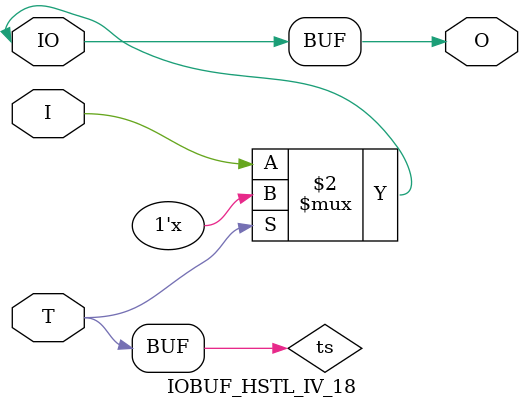
<source format=v>

/*

FUNCTION	: INPUT TRI-STATE OUTPUT BUFFER

*/

`celldefine
`timescale  100 ps / 10 ps

module IOBUF_HSTL_IV_18 (O, IO, I, T);

    output O;

    inout  IO;

    input  I, T;

    or O1 (ts, 1'b0, T);
    bufif0 T1 (IO, I, ts);

    buf B1 (O, IO);

endmodule

</source>
